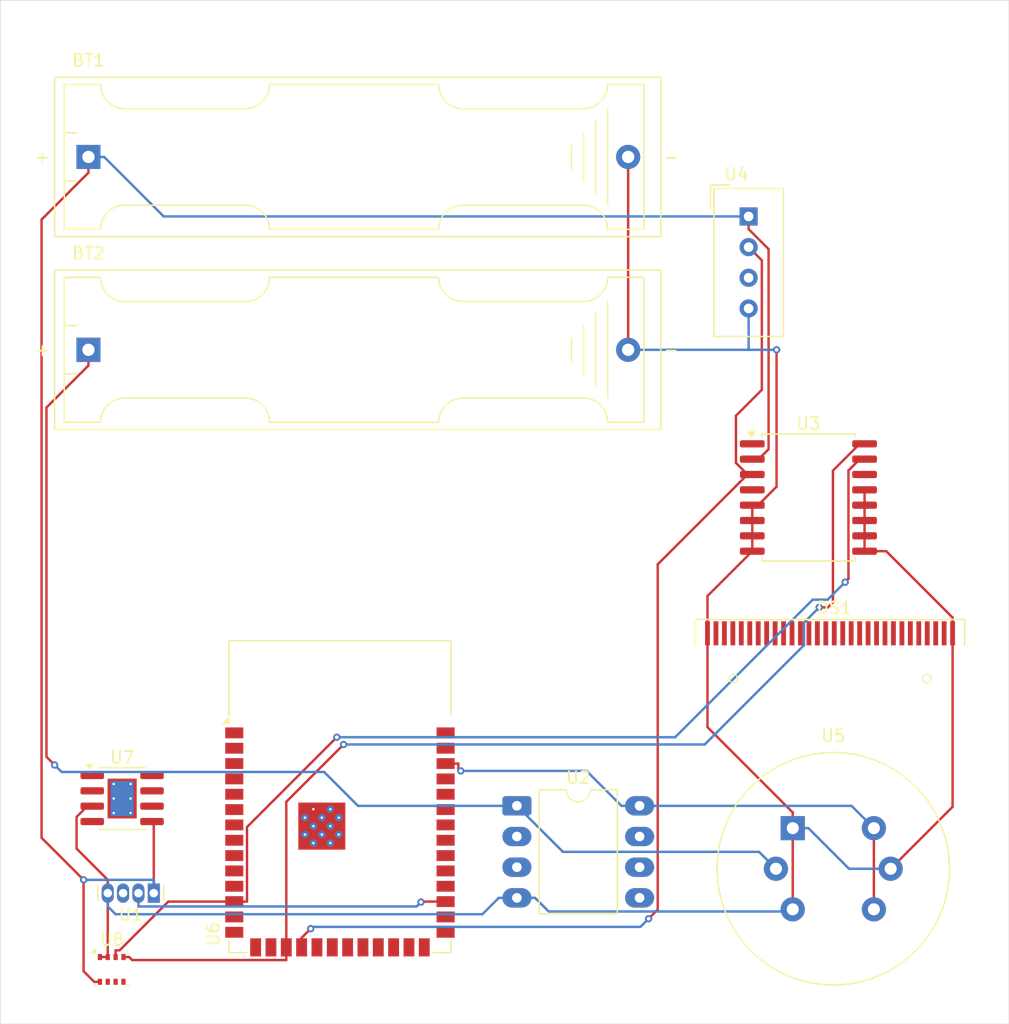
<source format=kicad_pcb>
(kicad_pcb (version 20241229) (generator "pcbnew") (generator_version "9.0")
  (layers (0 "F.Cu" signal) (2 "B.Cu" signal) (13 "F.Paste" user) (15 "B.Paste" user) (5 "F.SilkS" user "F.Silkscreen") (7 "B.SilkS" user "B.Silkscreen") (1 "F.Mask" user) (3 "B.Mask" user) (25 "Edge.Cuts" user))
  (net 0 "")
  (net 1 "GND")
  (net 2 "Net-(BT1-+)")
  (net 3 "Net-(BT2-+)")
  (net 32 "Net-(U1-VOUT)")
  (net 35 "Net-(U2-OUT)")
  (net 39 "Net-(U3-SCL)")
  (net 40 "Net-(U3-SDA)")
  (net 41 "Net-(U3-~{INT}{slash}SQW)")
  (footprint "Package_SO:SOIC-16W_7.5x10.3mm_P1.27mm" (layer "F.Cu") (at 145.72 83.81)
    (property "Reference" "U3" (at 0 -6.1 0) (layer "F.SilkS"))
    (property "Value" "DS3231M")
    (fp_line (start -3.86 -5.26) (end -3.86 -5.005) (stroke (width 0.12)) (layer "F.SilkS"))
    (fp_line (start -3.86 5.26) (end -3.86 5.005) (stroke (width 0.12)) (layer "F.SilkS"))
    (fp_line (start 0 -5.26) (end -3.86 -5.26) (stroke (width 0.12)) (layer "F.SilkS"))
    (fp_line (start 0 -5.26) (end 3.86 -5.26) (stroke (width 0.12)) (layer "F.SilkS"))
    (fp_line (start 0 5.26) (end -3.86 5.26) (stroke (width 0.12)) (layer "F.SilkS"))
    (fp_line (start 0 5.26) (end 3.86 5.26) (stroke (width 0.12)) (layer "F.SilkS"))
    (fp_line (start 3.86 -5.26) (end 3.86 -5.005) (stroke (width 0.12)) (layer "F.SilkS"))
    (fp_line (start 3.86 5.26) (end 3.86 5.005) (stroke (width 0.12)) (layer "F.SilkS"))
    (fp_poly (pts (xy -4.7125 -5.005) (xy -5.0525 -5.475) (xy -4.3725 -5.475) (xy -4.7125 -5.005)) (stroke (width 0.12)) (fill yes) (layer "F.SilkS"))
    (pad "1" smd roundrect (at -4.65 -4.445) (size 2.05 0.6) (layers "F.Cu" "F.Mask" "F.Paste"))
    (pad "2" smd roundrect (at -4.65 -3.175) (size 2.05 0.6) (layers "F.Cu" "F.Mask" "F.Paste") (net 2 "Net-(BT1-+)"))
    (pad "3" smd roundrect (at -4.65 -1.905) (size 2.05 0.6) (layers "F.Cu" "F.Mask" "F.Paste") (net 41 "Net-(U3-~{INT}{slash}SQW)"))
    (pad "4" smd roundrect (at -4.65 -0.635) (size 2.05 0.6) (layers "F.Cu" "F.Mask" "F.Paste"))
    (pad "5" smd roundrect (at -4.65 0.635) (size 2.05 0.6) (layers "F.Cu" "F.Mask" "F.Paste") (net 1 "GND"))
    (pad "6" smd roundrect (at -4.65 1.905) (size 2.05 0.6) (layers "F.Cu" "F.Mask" "F.Paste") (net 1 "GND"))
    (pad "7" smd roundrect (at -4.65 3.175) (size 2.05 0.6) (layers "F.Cu" "F.Mask" "F.Paste") (net 1 "GND"))
    (pad "8" smd roundrect (at -4.65 4.445) (size 2.05 0.6) (layers "F.Cu" "F.Mask" "F.Paste") (net 1 "GND"))
    (pad "9" smd roundrect (at 4.65 4.445) (size 2.05 0.6) (layers "F.Cu" "F.Mask" "F.Paste") (net 1 "GND"))
    (pad "10" smd roundrect (at 4.65 3.175) (size 2.05 0.6) (layers "F.Cu" "F.Mask" "F.Paste") (net 1 "GND"))
    (pad "11" smd roundrect (at 4.65 1.905) (size 2.05 0.6) (layers "F.Cu" "F.Mask" "F.Paste") (net 1 "GND"))
    (pad "12" smd roundrect (at 4.65 0.635) (size 2.05 0.6) (layers "F.Cu" "F.Mask" "F.Paste") (net 1 "GND"))
    (pad "13" smd roundrect (at 4.65 -0.635) (size 2.05 0.6) (layers "F.Cu" "F.Mask" "F.Paste") (net 1 "GND"))
    (pad "14" smd roundrect (at 4.65 -1.905) (size 2.05 0.6) (layers "F.Cu" "F.Mask" "F.Paste"))
    (pad "15" smd roundrect (at 4.65 -3.175) (size 2.05 0.6) (layers "F.Cu" "F.Mask" "F.Paste") (net 40 "Net-(U3-SDA)"))
    (pad "16" smd roundrect (at 4.65 -4.445) (size 2.05 0.6) (layers "F.Cu" "F.Mask" "F.Paste") (net 39 "Net-(U3-SCL)"))
  )
  (footprint "Sensor:MQ-6" (layer "F.Cu") (at 144.42 111.19)
    (property "Reference" "U5" (at 3.36 -7.64 0) (layer "F.SilkS"))
    (property "Value" "MQ-6")
    (fp_circle (center 3.36 3.36) (end 12.985 3.36) (stroke (width 0.12)) (fill no) (layer "F.SilkS"))
    (pad "1" thru_hole rect (at 0 0) (size 2 2) (drill 1) (layers "*.Cu" "*.Mask") (net 1 "GND"))
    (pad "2" thru_hole circle (at -1.39 3.36) (size 2 2) (drill 1) (layers "*.Cu" "*.Mask") (net 3 "Net-(BT2-+)"))
    (pad "3" thru_hole circle (at 0 6.72 90) (size 2 2) (drill 1) (layers "*.Cu" "*.Mask") (net 1 "GND"))
    (pad "4" thru_hole circle (at 6.72 6.72 180) (size 2 2) (drill 1) (layers "*.Cu" "*.Mask") (net 35 "Net-(U2-OUT)"))
    (pad "5" thru_hole circle (at 8.11 3.36) (size 2 2) (drill 1) (layers "*.Cu" "*.Mask") (net 1 "GND"))
    (pad "6" thru_hole circle (at 6.72 0 270) (size 2 2) (drill 1) (layers "*.Cu" "*.Mask") (net 35 "Net-(U2-OUT)"))
  )
  (footprint "Sensor:Aosong_DHT11_5.5x12.0_P2.54mm" (layer "F.Cu") (at 140.7675 60.5375)
    (property "Reference" "U4" (at -1 -3.5 0) (layer "F.SilkS"))
    (property "Value" "DHT11")
    (fp_line (start -3.16 -2.6) (end -3.16 -0.6) (stroke (width 0.12)) (layer "F.SilkS"))
    (fp_line (start -3.16 -2.6) (end -1.55 -2.6) (stroke (width 0.12)) (layer "F.SilkS"))
    (fp_line (start -2.88 9.94) (end -2.88 -2.31) (stroke (width 0.12)) (layer "F.SilkS"))
    (fp_line (start -2.87 -2.32) (end 2.87 -2.32) (stroke (width 0.12)) (layer "F.SilkS"))
    (fp_line (start 2.88 -2.32) (end 2.88 9.94) (stroke (width 0.12)) (layer "F.SilkS"))
    (fp_line (start 2.88 9.94) (end -2.88 9.94) (stroke (width 0.12)) (layer "F.SilkS"))
    (pad "1" thru_hole rect (at 0 0) (size 1.5 1.5) (drill 0.8) (layers "*.Cu" "*.Mask") (net 2 "Net-(BT1-+)"))
    (pad "2" thru_hole circle (at 0 2.54) (size 1.5 1.5) (drill 0.8) (layers "*.Cu" "*.Mask") (net 41 "Net-(U3-~{INT}{slash}SQW)"))
    (pad "3" thru_hole circle (at 0 5.08) (size 1.5 1.5) (drill 0.8) (layers "*.Cu" "*.Mask"))
    (pad "4" thru_hole circle (at 0 7.62) (size 1.5 1.5) (drill 0.8) (layers "*.Cu" "*.Mask") (net 1 "GND"))
  )
  (footprint "Battery:BatteryHolder_Keystone_2466_1xAAA" (layer "F.Cu") (at 86.09 55.61)
    (property "Reference" "BT1" (at 0 -8 180) (layer "F.SilkS"))
    (property "Value" "3.3")
    (fp_line (start -2.8 -6.6) (end -2.8 6.6) (stroke (width 0.12)) (layer "F.SilkS"))
    (fp_line (start -2.8 6.6) (end 47.4 6.6) (stroke (width 0.12)) (layer "F.SilkS"))
    (fp_line (start -2 -6) (end -2 6) (stroke (width 0.12)) (layer "F.SilkS"))
    (fp_line (start -2 -6) (end 1 -6) (stroke (width 0.12)) (layer "F.SilkS"))
    (fp_line (start -2 -2) (end -1 -2) (stroke (width 0.12)) (layer "F.SilkS"))
    (fp_line (start -2 6) (end 1 6) (stroke (width 0.12)) (layer "F.SilkS"))
    (fp_line (start -1 2) (end -2 2) (stroke (width 0.12)) (layer "F.SilkS"))
    (fp_line (start 3 -4) (end 13 -4) (stroke (width 0.12)) (layer "F.SilkS"))
    (fp_line (start 3 4) (end 13 4) (stroke (width 0.12)) (layer "F.SilkS"))
    (fp_line (start 15 6) (end 29 6) (stroke (width 0.12)) (layer "F.SilkS"))
    (fp_line (start 29 -6) (end 15 -6) (stroke (width 0.12)) (layer "F.SilkS"))
    (fp_line (start 40 -1) (end 40 1) (stroke (width 0.12)) (layer "F.SilkS"))
    (fp_line (start 41 -4) (end 31 -4) (stroke (width 0.12)) (layer "F.SilkS"))
    (fp_line (start 41 -2) (end 41 2) (stroke (width 0.12)) (layer "F.SilkS"))
    (fp_line (start 41 4) (end 31 4) (stroke (width 0.12)) (layer "F.SilkS"))
    (fp_line (start 42 3) (end 42 -3) (stroke (width 0.12)) (layer "F.SilkS"))
    (fp_line (start 43 -4) (end 43 4) (stroke (width 0.12)) (layer "F.SilkS"))
    (fp_line (start 46 -6) (end 43 -6) (stroke (width 0.12)) (layer "F.SilkS"))
    (fp_line (start 46 -6) (end 46 6) (stroke (width 0.12)) (layer "F.SilkS"))
    (fp_line (start 46 6) (end 43 6) (stroke (width 0.12)) (layer "F.SilkS"))
    (fp_line (start 47.4 -6.6) (end -2.8 -6.6) (stroke (width 0.12)) (layer "F.SilkS"))
    (fp_line (start 47.4 6.6) (end 47.4 -6.6) (stroke (width 0.12)) (layer "F.SilkS"))
    (fp_arc (start 1 6) (mid 1.585786 4.585786) (end 3 4) (stroke (width 0.12)) (layer "F.SilkS"))
    (fp_arc (start 3 -4) (mid 1.585786 -4.585786) (end 1 -6) (stroke (width 0.12)) (layer "F.SilkS"))
    (fp_arc (start 13 4) (mid 14.414214 4.585786) (end 15 6) (stroke (width 0.12)) (layer "F.SilkS"))
    (fp_arc (start 15 -6) (mid 14.414214 -4.585786) (end 13 -4) (stroke (width 0.12)) (layer "F.SilkS"))
    (fp_arc (start 29 6) (mid 29.585786 4.585786) (end 31 4) (stroke (width 0.12)) (layer "F.SilkS"))
    (fp_arc (start 31 -4) (mid 29.585786 -4.585786) (end 29 -6) (stroke (width 0.12)) (layer "F.SilkS"))
    (fp_arc (start 41 4) (mid 42.414214 4.585786) (end 43 6) (stroke (width 0.12)) (layer "F.SilkS"))
    (fp_arc (start 43 -6) (mid 42.414214 -4.585786) (end 41 -4) (stroke (width 0.12)) (layer "F.SilkS"))
    (fp_text user "-" (at 48.26 0 0) (layer "F.SilkS"))
    (fp_text user "+" (at -3.81 0 0) (layer "F.SilkS"))
    (pad "1" thru_hole rect (at 0 0) (size 2 2) (drill 1.02) (layers "*.Cu" "*.Mask") (net 2 "Net-(BT1-+)"))
    (pad "2" thru_hole circle (at 44.7 0) (size 2 2) (drill 1.02) (layers "*.Cu" "*.Mask") (net 1 "GND"))
  )
  (footprint "Battery:BatteryHolder_Keystone_2466_1xAAA" (layer "F.Cu") (at 86.09 71.58)
    (property "Reference" "BT2" (at 0 -8 180) (layer "F.SilkS"))
    (property "Value" "5")
    (fp_line (start -2.8 -6.6) (end -2.8 6.6) (stroke (width 0.12)) (layer "F.SilkS"))
    (fp_line (start -2.8 6.6) (end 47.4 6.6) (stroke (width 0.12)) (layer "F.SilkS"))
    (fp_line (start -2 -6) (end -2 6) (stroke (width 0.12)) (layer "F.SilkS"))
    (fp_line (start -2 -6) (end 1 -6) (stroke (width 0.12)) (layer "F.SilkS"))
    (fp_line (start -2 -2) (end -1 -2) (stroke (width 0.12)) (layer "F.SilkS"))
    (fp_line (start -2 6) (end 1 6) (stroke (width 0.12)) (layer "F.SilkS"))
    (fp_line (start -1 2) (end -2 2) (stroke (width 0.12)) (layer "F.SilkS"))
    (fp_line (start 3 -4) (end 13 -4) (stroke (width 0.12)) (layer "F.SilkS"))
    (fp_line (start 3 4) (end 13 4) (stroke (width 0.12)) (layer "F.SilkS"))
    (fp_line (start 15 6) (end 29 6) (stroke (width 0.12)) (layer "F.SilkS"))
    (fp_line (start 29 -6) (end 15 -6) (stroke (width 0.12)) (layer "F.SilkS"))
    (fp_line (start 40 -1) (end 40 1) (stroke (width 0.12)) (layer "F.SilkS"))
    (fp_line (start 41 -4) (end 31 -4) (stroke (width 0.12)) (layer "F.SilkS"))
    (fp_line (start 41 -2) (end 41 2) (stroke (width 0.12)) (layer "F.SilkS"))
    (fp_line (start 41 4) (end 31 4) (stroke (width 0.12)) (layer "F.SilkS"))
    (fp_line (start 42 3) (end 42 -3) (stroke (width 0.12)) (layer "F.SilkS"))
    (fp_line (start 43 -4) (end 43 4) (stroke (width 0.12)) (layer "F.SilkS"))
    (fp_line (start 46 -6) (end 43 -6) (stroke (width 0.12)) (layer "F.SilkS"))
    (fp_line (start 46 -6) (end 46 6) (stroke (width 0.12)) (layer "F.SilkS"))
    (fp_line (start 46 6) (end 43 6) (stroke (width 0.12)) (layer "F.SilkS"))
    (fp_line (start 47.4 -6.6) (end -2.8 -6.6) (stroke (width 0.12)) (layer "F.SilkS"))
    (fp_line (start 47.4 6.6) (end 47.4 -6.6) (stroke (width 0.12)) (layer "F.SilkS"))
    (fp_arc (start 1 6) (mid 1.585786 4.585786) (end 3 4) (stroke (width 0.12)) (layer "F.SilkS"))
    (fp_arc (start 3 -4) (mid 1.585786 -4.585786) (end 1 -6) (stroke (width 0.12)) (layer "F.SilkS"))
    (fp_arc (start 13 4) (mid 14.414214 4.585786) (end 15 6) (stroke (width 0.12)) (layer "F.SilkS"))
    (fp_arc (start 15 -6) (mid 14.414214 -4.585786) (end 13 -4) (stroke (width 0.12)) (layer "F.SilkS"))
    (fp_arc (start 29 6) (mid 29.585786 4.585786) (end 31 4) (stroke (width 0.12)) (layer "F.SilkS"))
    (fp_arc (start 31 -4) (mid 29.585786 -4.585786) (end 29 -6) (stroke (width 0.12)) (layer "F.SilkS"))
    (fp_arc (start 41 4) (mid 42.414214 4.585786) (end 43 6) (stroke (width 0.12)) (layer "F.SilkS"))
    (fp_arc (start 43 -6) (mid 42.414214 -4.585786) (end 41 -4) (stroke (width 0.12)) (layer "F.SilkS"))
    (fp_text user "-" (at 48.26 0 0) (layer "F.SilkS"))
    (fp_text user "+" (at -3.81 0 0) (layer "F.SilkS"))
    (pad "1" thru_hole rect (at 0 0) (size 2 2) (drill 1.02) (layers "*.Cu" "*.Mask") (net 3 "Net-(BT2-+)"))
    (pad "2" thru_hole circle (at 44.7 0) (size 2 2) (drill 1.02) (layers "*.Cu" "*.Mask") (net 1 "GND"))
  )
  (footprint "Package_LGA:Bosch_LGA-8_2.5x2.5mm_P0.65mm_ClockwisePinNumbering" (layer "F.Cu") (at 88.015 122.885)
    (property "Reference" "U8" (at 0.015 -2.465 0) (layer "F.SilkS"))
    (property "Value" "BME280")
    (fp_line (start -1.35 1.35) (end -1.35 1.2) (stroke (width 0.1)) (layer "F.SilkS"))
    (fp_line (start -1.35 1.36) (end -1.2 1.36) (stroke (width 0.1)) (layer "F.SilkS"))
    (fp_line (start 1.2 -1.35) (end 1.35 -1.35) (stroke (width 0.1)) (layer "F.SilkS"))
    (fp_line (start 1.35 -1.35) (end 1.35 -1.2) (stroke (width 0.1)) (layer "F.SilkS"))
    (fp_line (start 1.35 1.35) (end 1.2 1.35) (stroke (width 0.1)) (layer "F.SilkS"))
    (fp_line (start 1.35 1.35) (end 1.35 1.2) (stroke (width 0.1)) (layer "F.SilkS"))
    (fp_poly (pts (xy -1.35 -1.35) (xy -1.71 -1.35) (xy -1.35 -1.71) (xy -1.35 -1.35)) (stroke (width 0.12)) (fill yes) (layer "F.SilkS"))
    (pad "1" smd rect (at -0.975 -1.025 90) (size 0.5 0.35) (layers "F.Cu" "F.Mask" "F.Paste") (net 1 "GND"))
    (pad "2" smd rect (at -0.325 -1.025 90) (size 0.5 0.35) (layers "F.Cu" "F.Mask" "F.Paste") (net 1 "GND"))
    (pad "3" smd rect (at 0.325 -1.025 90) (size 0.5 0.35) (layers "F.Cu" "F.Mask" "F.Paste") (net 40 "Net-(U3-SDA)"))
    (pad "4" smd rect (at 0.975 -1.025 90) (size 0.5 0.35) (layers "F.Cu" "F.Mask" "F.Paste") (net 39 "Net-(U3-SCL)"))
    (pad "5" smd rect (at 0.975 1.025 90) (size 0.5 0.35) (layers "F.Cu" "F.Mask" "F.Paste"))
    (pad "6" smd rect (at 0.325 1.025 90) (size 0.5 0.35) (layers "F.Cu" "F.Mask" "F.Paste"))
    (pad "7" smd rect (at -0.325 1.025 90) (size 0.5 0.35) (layers "F.Cu" "F.Mask" "F.Paste"))
    (pad "8" smd rect (at -0.975 1.025 90) (size 0.5 0.35) (layers "F.Cu" "F.Mask" "F.Paste") (net 2 "Net-(BT1-+)"))
  )
  (footprint "Package_SO:SOIC-8-1EP_3.9x4.9mm_P1.27mm_EP2.41x3.3mm_ThermalVias" (layer "F.Cu") (at 88.88 108.735)
    (property "Reference" "U7" (at 0 -3.4 0) (layer "F.SilkS"))
    (property "Value" "TP4056-42-ESOP8")
    (fp_line (start 0 -2.56) (end -1.95 -2.56) (stroke (width 0.12)) (layer "F.SilkS"))
    (fp_line (start 0 -2.56) (end 1.95 -2.56) (stroke (width 0.12)) (layer "F.SilkS"))
    (fp_line (start 0 2.56) (end -1.95 2.56) (stroke (width 0.12)) (layer "F.SilkS"))
    (fp_line (start 0 2.56) (end 1.95 2.56) (stroke (width 0.12)) (layer "F.SilkS"))
    (fp_poly (pts (xy -2.7 -2.465) (xy -2.94 -2.795) (xy -2.46 -2.795) (xy -2.7 -2.465)) (stroke (width 0.12)) (fill yes) (layer "F.SilkS"))
    (pad "1" smd roundrect (at -2.475 -1.905) (size 1.95 0.6) (layers "F.Cu" "F.Mask" "F.Paste"))
    (pad "2" smd roundrect (at -2.475 -0.635) (size 1.95 0.6) (layers "F.Cu" "F.Mask" "F.Paste"))
    (pad "3" smd roundrect (at -2.475 0.635) (size 1.95 0.6) (layers "F.Cu" "F.Mask" "F.Paste") (net 1 "GND"))
    (pad "4" smd roundrect (at -2.475 1.905) (size 1.95 0.6) (layers "F.Cu" "F.Mask" "F.Paste"))
    (pad "5" smd roundrect (at 2.475 1.905) (size 1.95 0.6) (layers "F.Cu" "F.Mask" "F.Paste") (net 2 "Net-(BT1-+)"))
    (pad "6" smd roundrect (at 2.475 0.635) (size 1.95 0.6) (layers "F.Cu" "F.Mask" "F.Paste"))
    (pad "7" smd roundrect (at 2.475 -0.635) (size 1.95 0.6) (layers "F.Cu" "F.Mask" "F.Paste"))
    (pad "8" smd roundrect (at 2.475 -1.905) (size 1.95 0.6) (layers "F.Cu" "F.Mask" "F.Paste"))
    (pad "9" thru_hole circle (at -0.7 -1.2) (size 0.5 0.5) (drill 0.2) (property pad_prop_heatsink) (layers "*.Cu"))
    (pad "9" thru_hole circle (at -0.7 0) (size 0.5 0.5) (drill 0.2) (property pad_prop_heatsink) (layers "*.Cu"))
    (pad "9" thru_hole circle (at -0.7 1.2) (size 0.5 0.5) (drill 0.2) (property pad_prop_heatsink) (layers "*.Cu"))
    (pad "9" smd rect (at 0 0) (size 1.9 2.9) (property pad_prop_heatsink) (layers "B.Cu"))
    (pad "9" smd rect (at 0 0) (size 2.41 3.3) (property pad_prop_heatsink) (layers "F.Cu" "F.Mask"))
    (pad "9" thru_hole circle (at 0.7 -1.2) (size 0.5 0.5) (drill 0.2) (property pad_prop_heatsink) (layers "*.Cu"))
    (pad "9" thru_hole circle (at 0.7 0) (size 0.5 0.5) (drill 0.2) (property pad_prop_heatsink) (layers "*.Cu"))
    (pad "9" thru_hole circle (at 0.7 1.2) (size 0.5 0.5) (drill 0.2) (property pad_prop_heatsink) (layers "*.Cu"))
  )
  (footprint "Sensor_Current:Allegro_SIP-4" (layer "F.Cu") (at 91.5 116.57 180)
    (property "Reference" "U1" (at 1.905 -1.8 0) (layer "F.SilkS"))
    (property "Value" "A1363xKTTN-1")
    (fp_line (start 4.63 -0.58) (end 4.63 0.66) (stroke (width 0.12)) (layer "F.SilkS"))
    (fp_line (start -0.82 0.66) (end -0.82 -0.58) (stroke (width 0.12)) (layer "F.SilkS"))
    (pad "1" thru_hole rect (at 0 0 180) (size 1 1.6) (drill 0.7) (layers "*.Cu" "*.Mask") (net 2 "Net-(BT1-+)"))
    (pad "2" thru_hole oval (at 1.27 0 180) (size 1 1.6) (drill 0.7) (layers "*.Cu" "*.Mask") (net 32 "Net-(U1-VOUT)"))
    (pad "3" thru_hole oval (at 2.54 0 180) (size 1 1.6) (drill 0.7) (layers "*.Cu" "*.Mask"))
    (pad "4" thru_hole oval (at 3.81 0 180) (size 1 1.6) (drill 0.7) (layers "*.Cu" "*.Mask") (net 1 "GND"))
  )
  (footprint "RF_Module:ESP32-S3-WROOM-1" (layer "F.Cu") (at 106.92 108.56)
    (property "Reference" "U6" (at -10.5 11.4 90) (layer "F.SilkS"))
    (property "Value" "ESP32-S3-WROOM-1")
    (fp_line (start -9.2 -12.9) (end -9.2 -6.7) (stroke (width 0.12)) (layer "F.SilkS"))
    (fp_line (start -9.2 -12.9) (end 9.2 -12.9) (stroke (width 0.12)) (layer "F.SilkS"))
    (fp_line (start -9.2 11.95) (end -9.2 12.95) (stroke (width 0.12)) (layer "F.SilkS"))
    (fp_line (start -9.2 12.95) (end -7.7 12.95) (stroke (width 0.12)) (layer "F.SilkS"))
    (fp_line (start 9.2 -12.9) (end 9.2 -6.7) (stroke (width 0.12)) (layer "F.SilkS"))
    (fp_line (start 9.2 12.95) (end 7.7 12.95) (stroke (width 0.12)) (layer "F.SilkS"))
    (fp_line (start 9.2 12.95) (end 9.2 11.95) (stroke (width 0.12)) (layer "F.SilkS"))
    (fp_poly (pts (xy -9.2 -6.025) (xy -9.7 -6.025) (xy -9.2 -6.525) (xy -9.2 -6.025)) (stroke (width 0.12)) (fill yes) (layer "F.SilkS"))
    (pad "1" smd rect (at -8.75 -5.26) (size 1.5 0.9) (layers "F.Cu" "F.Mask" "F.Paste"))
    (pad "2" smd rect (at -8.75 -3.99) (size 1.5 0.9) (layers "F.Cu" "F.Mask" "F.Paste"))
    (pad "3" smd rect (at -8.75 -2.72) (size 1.5 0.9) (layers "F.Cu" "F.Mask" "F.Paste"))
    (pad "4" smd rect (at -8.75 -1.45) (size 1.5 0.9) (layers "F.Cu" "F.Mask" "F.Paste"))
    (pad "5" smd rect (at -8.75 -0.18) (size 1.5 0.9) (layers "F.Cu" "F.Mask" "F.Paste"))
    (pad "6" smd rect (at -8.75 1.09) (size 1.5 0.9) (layers "F.Cu" "F.Mask" "F.Paste"))
    (pad "7" smd rect (at -8.75 2.36) (size 1.5 0.9) (layers "F.Cu" "F.Mask" "F.Paste"))
    (pad "8" smd rect (at -8.75 3.63) (size 1.5 0.9) (layers "F.Cu" "F.Mask" "F.Paste"))
    (pad "9" smd rect (at -8.75 4.9) (size 1.5 0.9) (layers "F.Cu" "F.Mask" "F.Paste"))
    (pad "10" smd rect (at -8.75 6.17) (size 1.5 0.9) (layers "F.Cu" "F.Mask" "F.Paste"))
    (pad "11" smd rect (at -8.75 7.44) (size 1.5 0.9) (layers "F.Cu" "F.Mask" "F.Paste"))
    (pad "12" smd rect (at -8.75 8.71) (size 1.5 0.9) (layers "F.Cu" "F.Mask" "F.Paste") (net 40 "Net-(U3-SDA)"))
    (pad "13" smd rect (at -8.75 9.98) (size 1.5 0.9) (layers "F.Cu" "F.Mask" "F.Paste"))
    (pad "14" smd rect (at -8.75 11.25 180) (size 1.5 0.9) (layers "F.Cu" "F.Mask" "F.Paste"))
    (pad "15" smd rect (at -6.985 12.5 270) (size 1.5 0.9) (layers "F.Cu" "F.Mask" "F.Paste"))
    (pad "16" smd rect (at -5.715 12.5 270) (size 1.5 0.9) (layers "F.Cu" "F.Mask" "F.Paste"))
    (pad "17" smd rect (at -4.445 12.5 270) (size 1.5 0.9) (layers "F.Cu" "F.Mask" "F.Paste") (net 39 "Net-(U3-SCL)"))
    (pad "18" smd rect (at -3.175 12.5 270) (size 1.5 0.9) (layers "F.Cu" "F.Mask" "F.Paste") (net 41 "Net-(U3-~{INT}{slash}SQW)"))
    (pad "19" smd rect (at -1.905 12.5 270) (size 1.5 0.9) (layers "F.Cu" "F.Mask" "F.Paste"))
    (pad "20" smd rect (at -0.635 12.5 270) (size 1.5 0.9) (layers "F.Cu" "F.Mask" "F.Paste"))
    (pad "21" smd rect (at 0.635 12.5 270) (size 1.5 0.9) (layers "F.Cu" "F.Mask" "F.Paste"))
    (pad "22" smd rect (at 1.905 12.5 270) (size 1.5 0.9) (layers "F.Cu" "F.Mask" "F.Paste"))
    (pad "23" smd rect (at 3.175 12.5 270) (size 1.5 0.9) (layers "F.Cu" "F.Mask" "F.Paste"))
    (pad "24" smd rect (at 4.445 12.5 270) (size 1.5 0.9) (layers "F.Cu" "F.Mask" "F.Paste"))
    (pad "25" smd rect (at 5.715 12.5 270) (size 1.5 0.9) (layers "F.Cu" "F.Mask" "F.Paste"))
    (pad "26" smd rect (at 6.985 12.5 270) (size 1.5 0.9) (layers "F.Cu" "F.Mask" "F.Paste"))
    (pad "27" smd rect (at 8.75 11.25) (size 1.5 0.9) (layers "F.Cu" "F.Mask" "F.Paste"))
    (pad "28" smd rect (at 8.75 9.98) (size 1.5 0.9) (layers "F.Cu" "F.Mask" "F.Paste"))
    (pad "29" smd rect (at 8.75 8.71) (size 1.5 0.9) (layers "F.Cu" "F.Mask" "F.Paste") (net 32 "Net-(U1-VOUT)"))
    (pad "30" smd rect (at 8.75 7.44) (size 1.5 0.9) (layers "F.Cu" "F.Mask" "F.Paste"))
    (pad "31" smd rect (at 8.75 6.17) (size 1.5 0.9) (layers "F.Cu" "F.Mask" "F.Paste"))
    (pad "32" smd rect (at 8.75 4.9) (size 1.5 0.9) (layers "F.Cu" "F.Mask" "F.Paste"))
    (pad "33" smd rect (at 8.75 3.63) (size 1.5 0.9) (layers "F.Cu" "F.Mask" "F.Paste"))
    (pad "34" smd rect (at 8.75 2.36) (size 1.5 0.9) (layers "F.Cu" "F.Mask" "F.Paste"))
    (pad "35" smd rect (at 8.75 1.09) (size 1.5 0.9) (layers "F.Cu" "F.Mask" "F.Paste"))
    (pad "36" smd rect (at 8.75 -0.18) (size 1.5 0.9) (layers "F.Cu" "F.Mask" "F.Paste"))
    (pad "37" smd rect (at 8.75 -1.45) (size 1.5 0.9) (layers "F.Cu" "F.Mask" "F.Paste"))
    (pad "38" smd rect (at 8.75 -2.72) (size 1.5 0.9) (layers "F.Cu" "F.Mask" "F.Paste") (net 35 "Net-(U2-OUT)"))
    (pad "39" smd rect (at 8.75 -3.99) (size 1.5 0.9) (layers "F.Cu" "F.Mask" "F.Paste"))
    (pad "40" smd rect (at 8.75 -5.26) (size 1.5 0.9) (layers "F.Cu" "F.Mask" "F.Paste"))
    (pad "41" thru_hole circle (at -2.9 1.76 90) (size 0.6 0.6) (drill 0.2) (property pad_prop_heatsink) (layers "*.Cu" "F.Mask"))
    (pad "41" thru_hole circle (at -2.9 3.16) (size 0.6 0.6) (drill 0.2) (property pad_prop_heatsink) (layers "*.Cu" "F.Mask"))
    (pad "41" thru_hole circle (at -2.2 1.06) (size 0.2 0.2) (drill 0.2) (property pad_prop_heatsink) (layers "*.Cu" "F.Mask"))
    (pad "41" thru_hole circle (at -2.2 2.46) (size 0.6 0.6) (drill 0.2) (property pad_prop_heatsink) (layers "*.Cu" "F.Mask"))
    (pad "41" thru_hole circle (at -2.2 3.86) (size 0.6 0.6) (drill 0.2) (property pad_prop_heatsink) (layers "*.Cu" "F.Mask"))
    (pad "41" thru_hole circle (at -1.5 1.76) (size 0.6 0.6) (drill 0.2) (property pad_prop_heatsink) (layers "*.Cu" "F.Mask"))
    (pad "41" smd rect (at -1.5 2.46 270) (size 3.9 3.9) (property pad_prop_heatsink) (layers "F.Cu" "F.Mask"))
    (pad "41" thru_hole circle (at -1.5 3.16) (size 0.6 0.6) (drill 0.2) (property pad_prop_heatsink) (layers "*.Cu" "F.Mask"))
    (pad "41" thru_hole circle (at -0.8 1.06) (size 0.6 0.6) (drill 0.2) (property pad_prop_heatsink) (layers "*.Cu" "F.Mask"))
    (pad "41" thru_hole circle (at -0.8 2.46) (size 0.6 0.6) (drill 0.2) (property pad_prop_heatsink) (layers "*.Cu" "F.Mask"))
    (pad "41" thru_hole circle (at -0.8 3.86) (size 0.6 0.6) (drill 0.2) (property pad_prop_heatsink) (layers "*.Cu" "F.Mask"))
    (pad "41" thru_hole circle (at -0.1 1.76) (size 0.6 0.6) (drill 0.2) (property pad_prop_heatsink) (layers "*.Cu" "F.Mask"))
    (pad "41" thru_hole circle (at -0.1 3.16) (size 0.6 0.6) (drill 0.2) (property pad_prop_heatsink) (layers "*.Cu" "F.Mask"))
  )
  (footprint "Display:OLED-128O064D" (layer "F.Cu") (at 147.51 95.055 180)
    (property "Reference" "DS1" (at -0.35 2.1 0) (layer "F.SilkS"))
    (property "Value" "OLED-128O064D")
    (fp_line (start 11.15 1.15) (end 11.15 -1) (stroke (width 0.12)) (layer "F.SilkS"))
    (fp_line (start -11.15 1.15) (end 11.15 1.15) (stroke (width 0.12)) (layer "F.SilkS"))
    (fp_line (start -11.15 -1) (end -11.15 1.15) (stroke (width 0.12)) (layer "F.SilkS"))
    (fp_circle (center 8 -3.75) (end 8.35 -3.75) (stroke (width 0.1)) (fill no) (layer "F.SilkS"))
    (fp_circle (center -8 -3.75) (end -7.65 -3.75) (stroke (width 0.1)) (fill no) (layer "F.SilkS"))
    (pad "1" smd rect (at -10.15 0 180) (size 0.4 2) (layers "F.Cu" "F.Mask" "F.Paste") (net 1 "GND"))
    (pad "2" smd rect (at -9.45 0 180) (size 0.4 2) (layers "F.Cu" "F.Mask" "F.Paste"))
    (pad "3" smd rect (at -8.75 0 180) (size 0.4 2) (layers "F.Cu" "F.Mask" "F.Paste"))
    (pad "4" smd rect (at -8.05 0 180) (size 0.4 2) (layers "F.Cu" "F.Mask" "F.Paste"))
    (pad "5" smd rect (at -7.35 0 180) (size 0.4 2) (layers "F.Cu" "F.Mask" "F.Paste"))
    (pad "6" smd rect (at -6.65 0 180) (size 0.4 2) (layers "F.Cu" "F.Mask" "F.Paste"))
    (pad "7" smd rect (at -5.95 0 180) (size 0.4 2) (layers "F.Cu" "F.Mask" "F.Paste"))
    (pad "8" smd rect (at -5.25 0 180) (size 0.4 2) (layers "F.Cu" "F.Mask" "F.Paste"))
    (pad "9" smd rect (at -4.55 0 180) (size 0.4 2) (layers "F.Cu" "F.Mask" "F.Paste"))
    (pad "10" smd rect (at -3.85 0 180) (size 0.4 2) (layers "F.Cu" "F.Mask" "F.Paste"))
    (pad "11" smd rect (at -3.15 0 180) (size 0.4 2) (layers "F.Cu" "F.Mask" "F.Paste"))
    (pad "12" smd rect (at -2.45 0 180) (size 0.4 2) (layers "F.Cu" "F.Mask" "F.Paste"))
    (pad "13" smd rect (at -1.75 0 180) (size 0.4 2) (layers "F.Cu" "F.Mask" "F.Paste"))
    (pad "14" smd rect (at -1.05 0 180) (size 0.4 2) (layers "F.Cu" "F.Mask" "F.Paste"))
    (pad "15" smd rect (at -0.35 0 180) (size 0.4 2) (layers "F.Cu" "F.Mask" "F.Paste"))
    (pad "16" smd rect (at 0.35 0 180) (size 0.4 2) (layers "F.Cu" "F.Mask" "F.Paste"))
    (pad "17" smd rect (at 1.05 0 180) (size 0.4 2) (layers "F.Cu" "F.Mask" "F.Paste"))
    (pad "18" smd rect (at 1.75 0 180) (size 0.4 2) (layers "F.Cu" "F.Mask" "F.Paste"))
    (pad "19" smd rect (at 2.45 0 180) (size 0.4 2) (layers "F.Cu" "F.Mask" "F.Paste"))
    (pad "20" smd rect (at 3.15 0 180) (size 0.4 2) (layers "F.Cu" "F.Mask" "F.Paste"))
    (pad "21" smd rect (at 3.85 0 180) (size 0.4 2) (layers "F.Cu" "F.Mask" "F.Paste"))
    (pad "22" smd rect (at 4.55 0 180) (size 0.4 2) (layers "F.Cu" "F.Mask" "F.Paste"))
    (pad "23" smd rect (at 5.25 0 180) (size 0.4 2) (layers "F.Cu" "F.Mask" "F.Paste"))
    (pad "24" smd rect (at 5.95 0 180) (size 0.4 2) (layers "F.Cu" "F.Mask" "F.Paste"))
    (pad "25" smd rect (at 6.65 0 180) (size 0.4 2) (layers "F.Cu" "F.Mask" "F.Paste"))
    (pad "26" smd rect (at 7.35 0 180) (size 0.4 2) (layers "F.Cu" "F.Mask" "F.Paste"))
    (pad "27" smd rect (at 8.05 0 180) (size 0.4 2) (layers "F.Cu" "F.Mask" "F.Paste"))
    (pad "28" smd rect (at 8.75 0 180) (size 0.4 2) (layers "F.Cu" "F.Mask" "F.Paste"))
    (pad "29" smd rect (at 9.45 0 180) (size 0.4 2) (layers "F.Cu" "F.Mask" "F.Paste"))
    (pad "30" smd rect (at 10.15 0 180) (size 0.4 2) (layers "F.Cu" "F.Mask" "F.Paste") (net 1 "GND"))
  )
  (footprint "Package_DIP:DIP-8_W10.16mm_LongPads" (layer "F.Cu") (at 121.575 109.34)
    (property "Reference" "U2" (at 5.08 -2.33 0) (layer "F.SilkS"))
    (property "Value" "MAX471")
    (fp_line (start 1.845 -1.33) (end 1.845 8.95) (stroke (width 0.12)) (layer "F.SilkS"))
    (fp_line (start 1.845 8.95) (end 8.315 8.95) (stroke (width 0.12)) (layer "F.SilkS"))
    (fp_line (start 4.08 -1.33) (end 1.845 -1.33) (stroke (width 0.12)) (layer "F.SilkS"))
    (fp_line (start 8.315 -1.33) (end 6.08 -1.33) (stroke (width 0.12)) (layer "F.SilkS"))
    (fp_line (start 8.315 8.95) (end 8.315 -1.33) (stroke (width 0.12)) (layer "F.SilkS"))
    (fp_arc (start 6.08 -1.33) (mid 5.08 -0.33) (end 4.08 -1.33) (stroke (width 0.12)) (layer "F.SilkS"))
    (pad "1" thru_hole roundrect (at 0 0) (size 2.4 1.6) (drill 0.8) (layers "*.Cu" "*.Mask") (roundrect_rratio 0.15625) (net 3 "Net-(BT2-+)"))
    (pad "2" thru_hole oval (at 0 2.54) (size 2.4 1.6) (drill 0.8) (layers "*.Cu" "*.Mask"))
    (pad "3" thru_hole oval (at 0 5.08) (size 2.4 1.6) (drill 0.8) (layers "*.Cu" "*.Mask"))
    (pad "4" thru_hole oval (at 0 7.62) (size 2.4 1.6) (drill 0.8) (layers "*.Cu" "*.Mask") (net 1 "GND"))
    (pad "5" thru_hole oval (at 10.16 7.62) (size 2.4 1.6) (drill 0.8) (layers "*.Cu" "*.Mask"))
    (pad "6" thru_hole oval (at 10.16 5.08) (size 2.4 1.6) (drill 0.8) (layers "*.Cu" "*.Mask"))
    (pad "7" thru_hole oval (at 10.16 2.54) (size 2.4 1.6) (drill 0.8) (layers "*.Cu" "*.Mask"))
    (pad "8" thru_hole oval (at 10.16 0) (size 2.4 1.6) (drill 0.8) (layers "*.Cu" "*.Mask") (net 35 "Net-(U2-OUT)"))
  )
  (gr_rect (start 162.33 42.64) (end 78.79 127.4) (stroke (width 0.05)) (fill no) (layer "Edge.Cuts"))
  (segment (start 87.69 116.57) (end 87.69 115.4683) (width 0.2) (layer "F.Cu") (net 1))
  (segment (start 152.1617 88.255) (end 157.66 93.7533) (width 0.2) (layer "F.Cu") (net 1))
  (segment (start 141.07 88.255) (end 141.07 86.985) (width 0.2) (layer "F.Cu") (net 1))
  (segment (start 137.36 102.8283) (end 144.42 109.8883) (width 0.2) (layer "F.Cu") (net 1))
  (segment (start 144.42 117.91) (end 144.42 111.19) (width 0.2) (layer "F.Cu") (net 1))
  (segment (start 150.37 83.175) (end 150.37 84.445) (width 0.2) (layer "F.Cu") (net 1))
  (segment (start 137.36 91.965) (end 137.36 95.055) (width 0.2) (layer "F.Cu") (net 1))
  (segment (start 87.69 121.86) (end 87.04 121.86) (width 0.2) (layer "F.Cu") (net 1))
  (segment (start 141.07 85.715) (end 141.07 84.445) (width 0.2) (layer "F.Cu") (net 1))
  (segment (start 157.66 109.42) (end 152.53 114.55) (width 0.2) (layer "F.Cu") (net 1))
  (segment (start 85.109 112.8873) (end 85.109 110.2575) (width 0.2) (layer "F.Cu") (net 1))
  (segment (start 130.79 55.61) (end 130.79 71.58) (width 0.2) (layer "F.Cu") (net 1))
  (segment (start 150.37 85.715) (end 150.37 86.985) (width 0.2) (layer "F.Cu") (net 1))
  (segment (start 87.69 116.57) (end 87.69 117.6717) (width 0.2) (layer "F.Cu") (net 1))
  (segment (start 157.66 95.055) (end 157.66 93.7533) (width 0.2) (layer "F.Cu") (net 1))
  (segment (start 87.69 121.86) (end 87.69 117.6717) (width 0.2) (layer "F.Cu") (net 1))
  (segment (start 150.37 84.445) (end 150.37 85.715) (width 0.2) (layer "F.Cu") (net 1))
  (segment (start 141.07 88.255) (end 137.36 91.965) (width 0.2) (layer "F.Cu") (net 1))
  (segment (start 141.07 86.985) (end 141.07 85.715) (width 0.2) (layer "F.Cu") (net 1))
  (segment (start 137.36 95.055) (end 137.36 102.8283) (width 0.2) (layer "F.Cu") (net 1))
  (segment (start 85.9965 109.37) (end 86.405 109.37) (width 0.2) (layer "F.Cu") (net 1))
  (segment (start 150.37 86.985) (end 150.37 88.255) (width 0.2) (layer "F.Cu") (net 1))
  (segment (start 143.0798 82.9144) (end 143.0798 71.58) (width 0.2) (layer "F.Cu") (net 1))
  (segment (start 144.42 111.19) (end 144.42 109.8883) (width 0.2) (layer "F.Cu") (net 1))
  (segment (start 150.37 88.255) (end 152.1617 88.255) (width 0.2) (layer "F.Cu") (net 1))
  (segment (start 141.5492 84.445) (end 143.0798 82.9144) (width 0.2) (layer "F.Cu") (net 1))
  (segment (start 157.66 95.055) (end 157.66 109.42) (width 0.2) (layer "F.Cu") (net 1))
  (segment (start 87.69 115.4683) (end 85.109 112.8873) (width 0.2) (layer "F.Cu") (net 1))
  (segment (start 85.109 110.2575) (end 85.9965 109.37) (width 0.2) (layer "F.Cu") (net 1))
  (segment (start 141.07 84.445) (end 141.5492 84.445) (width 0.2) (layer "F.Cu") (net 1))
  (via (at 143.0798 71.58) (size 0.6) (drill 0.3) (layers "F.Cu" "B.Cu") (net 1))
  (segment (start 120.0733 116.96) (end 118.7185 118.3148) (width 0.2) (layer "B.Cu") (net 1))
  (segment (start 118.7185 118.3148) (end 88.3331 118.3148) (width 0.2) (layer "B.Cu") (net 1))
  (segment (start 121.575 116.96) (end 120.0733 116.96) (width 0.2) (layer "B.Cu") (net 1))
  (segment (start 122.3259 116.96) (end 123.0767 116.96) (width 0.2) (layer "B.Cu") (net 1))
  (segment (start 124.2045 118.0878) (end 144.2422 118.0878) (width 0.2) (layer "B.Cu") (net 1))
  (segment (start 122.3259 116.96) (end 121.575 116.96) (width 0.2) (layer "B.Cu") (net 1))
  (segment (start 144.42 111.19) (end 145.7217 111.19) (width 0.2) (layer "B.Cu") (net 1))
  (segment (start 123.0767 116.96) (end 124.2045 118.0878) (width 0.2) (layer "B.Cu") (net 1))
  (segment (start 130.79 71.58) (end 140.7675 71.58) (width 0.2) (layer "B.Cu") (net 1))
  (segment (start 152.53 114.55) (end 149.0817 114.55) (width 0.2) (layer "B.Cu") (net 1))
  (segment (start 140.7675 71.58) (end 140.7675 68.1575) (width 0.2) (layer "B.Cu") (net 1))
  (segment (start 149.0817 114.55) (end 145.7217 111.19) (width 0.2) (layer "B.Cu") (net 1))
  (segment (start 87.69 116.57) (end 87.69 117.6717) (width 0.2) (layer "B.Cu") (net 1))
  (segment (start 144.2422 118.0878) (end 144.42 117.91) (width 0.2) (layer "B.Cu") (net 1))
  (segment (start 140.7675 71.58) (end 143.0798 71.58) (width 0.2) (layer "B.Cu") (net 1))
  (segment (start 88.3331 118.3148) (end 87.69 117.6717) (width 0.2) (layer "B.Cu") (net 1))
  (segment (start 91.5 110.785) (end 91.355 110.64) (width 0.2) (layer "F.Cu") (net 2))
  (segment (start 142.4196 79.8111) (end 142.4196 63.2413) (width 0.2) (layer "F.Cu") (net 2))
  (segment (start 82.2086 60.7931) (end 82.2086 111.989) (width 0.2) (layer "F.Cu") (net 2))
  (segment (start 140.7675 60.5375) (end 140.7675 61.5892) (width 0.2) (layer "F.Cu") (net 2))
  (segment (start 82.2086 111.989) (end 85.6879 115.4683) (width 0.2) (layer "F.Cu") (net 2))
  (segment (start 91.5 116.57) (end 91.5 110.785) (width 0.2) (layer "F.Cu") (net 2))
  (segment (start 86.5633 123.91) (end 85.6879 123.0346) (width 0.2) (layer "F.Cu") (net 2))
  (segment (start 141.5957 80.635) (end 142.4196 79.8111) (width 0.2) (layer "F.Cu") (net 2))
  (segment (start 87.04 123.91) (end 86.5633 123.91) (width 0.2) (layer "F.Cu") (net 2))
  (segment (start 141.07 80.635) (end 141.5957 80.635) (width 0.2) (layer "F.Cu") (net 2))
  (segment (start 142.4196 63.2413) (end 140.7675 61.5892) (width 0.2) (layer "F.Cu") (net 2))
  (segment (start 86.09 56.9117) (end 82.2086 60.7931) (width 0.2) (layer "F.Cu") (net 2))
  (segment (start 85.6879 123.0346) (end 85.6879 115.4683) (width 0.2) (layer "F.Cu") (net 2))
  (segment (start 86.09 55.61) (end 86.09 56.9117) (width 0.2) (layer "F.Cu") (net 2))
  (via (at 85.6879 115.4683) (size 0.6) (drill 0.3) (layers "F.Cu" "B.Cu") (net 2))
  (segment (start 91.5 115.4683) (end 85.6879 115.4683) (width 0.2) (layer "B.Cu") (net 2))
  (segment (start 91.5 116.57) (end 91.5 115.4683) (width 0.2) (layer "B.Cu") (net 2))
  (segment (start 86.09 55.61) (end 87.3917 55.61) (width 0.2) (layer "B.Cu") (net 2))
  (segment (start 87.3917 55.61) (end 92.3192 60.5375) (width 0.2) (layer "B.Cu") (net 2))
  (segment (start 92.3192 60.5375) (end 140.7675 60.5375) (width 0.2) (layer "B.Cu") (net 2))
  (segment (start 82.6143 105.2843) (end 82.6143 76.3574) (width 0.2) (layer "F.Cu") (net 3))
  (segment (start 86.09 72.8817) (end 86.09 71.58) (width 0.2) (layer "F.Cu") (net 3))
  (segment (start 83.29 105.96) (end 82.6143 105.2843) (width 0.2) (layer "F.Cu") (net 3))
  (segment (start 82.6143 76.3574) (end 86.09 72.8817) (width 0.2) (layer "F.Cu") (net 3))
  (via (at 83.29 105.96) (size 0.6) (drill 0.3) (layers "F.Cu" "B.Cu") (net 3))
  (segment (start 108.4129 109.34) (end 121.575 109.34) (width 0.2) (layer "B.Cu") (net 3))
  (segment (start 121.575 109.34) (end 125.385 113.15) (width 0.2) (layer "B.Cu") (net 3))
  (segment (start 141.63 113.15) (end 143.03 114.55) (width 0.2) (layer "B.Cu") (net 3))
  (segment (start 105.6103 106.5374) (end 108.4129 109.34) (width 0.2) (layer "B.Cu") (net 3))
  (segment (start 83.29 105.96) (end 83.8674 106.5374) (width 0.2) (layer "B.Cu") (net 3))
  (segment (start 125.385 113.15) (end 141.63 113.15) (width 0.2) (layer "B.Cu") (net 3))
  (segment (start 83.8674 106.5374) (end 105.6103 106.5374) (width 0.2) (layer "B.Cu") (net 3))
  (segment (start 113.63 117.31) (end 113.67 117.27) (width 0.2) (layer "F.Cu") (net 32))
  (segment (start 113.67 117.27) (end 115.67 117.27) (width 0.2) (layer "F.Cu") (net 32))
  (via (at 113.63 117.31) (size 0.6) (drill 0.3) (layers "F.Cu" "B.Cu") (net 32))
  (segment (start 113.2683 117.6717) (end 90.23 117.6717) (width 0.2) (layer "B.Cu") (net 32))
  (segment (start 113.63 117.31) (end 113.2683 117.6717) (width 0.2) (layer "B.Cu") (net 32))
  (segment (start 90.23 117.6717) (end 90.23 116.57) (width 0.2) (layer "B.Cu") (net 32))
  (segment (start 116.7217 105.84) (end 116.7217 106.241) (width 0.2) (layer "F.Cu") (net 35))
  (segment (start 151.14 111.19) (end 151.14 117.91) (width 0.2) (layer "F.Cu") (net 35))
  (segment (start 116.7217 106.241) (end 116.9277 106.447) (width 0.2) (layer "F.Cu") (net 35))
  (segment (start 115.67 105.84) (end 116.7217 105.84) (width 0.2) (layer "F.Cu") (net 35))
  (via (at 116.9277 106.447) (size 0.6) (drill 0.3) (layers "F.Cu" "B.Cu") (net 35))
  (segment (start 131.735 109.34) (end 130.2333 109.34) (width 0.2) (layer "B.Cu") (net 35))
  (segment (start 130.2333 109.34) (end 127.3403 106.447) (width 0.2) (layer "B.Cu") (net 35))
  (segment (start 149.29 109.34) (end 131.735 109.34) (width 0.2) (layer "B.Cu") (net 35))
  (segment (start 127.3403 106.447) (end 116.9277 106.447) (width 0.2) (layer "B.Cu") (net 35))
  (segment (start 151.14 111.19) (end 149.29 109.34) (width 0.2) (layer "B.Cu") (net 35))
  (segment (start 89.7184 122.1117) (end 89.4667 121.86) (width 0.2) (layer "F.Cu") (net 39))
  (segment (start 147.75 92.49) (end 147.75 81.5815) (width 0.2) (layer "F.Cu") (net 39))
  (segment (start 146.61 92.91) (end 147.33 92.91) (width 0.2) (layer "F.Cu") (net 39))
  (segment (start 88.99 121.86) (end 89.4667 121.86) (width 0.2) (layer "F.Cu") (net 39))
  (segment (start 102.475 121.485) (end 102.475 121.06) (width 0.2) (layer "F.Cu") (net 39))
  (segment (start 102.475 122.1117) (end 89.7184 122.1117) (width 0.2) (layer "F.Cu") (net 39))
  (segment (start 102.475 121.485) (end 102.475 122.1117) (width 0.2) (layer "F.Cu") (net 39))
  (segment (start 102.475 109.0061) (end 107.2194 104.2617) (width 0.2) (layer "F.Cu") (net 39))
  (segment (start 147.33 92.91) (end 147.75 92.49) (width 0.2) (layer "F.Cu") (net 39))
  (segment (start 147.75 81.5815) (end 149.9665 79.365) (width 0.2) (layer "F.Cu") (net 39))
  (segment (start 149.9665 79.365) (end 150.37 79.365) (width 0.2) (layer "F.Cu") (net 39))
  (segment (start 102.475 121.06) (end 102.475 109.0061) (width 0.2) (layer "F.Cu") (net 39))
  (via (at 107.2194 104.2617) (size 0.6) (drill 0.3) (layers "F.Cu" "B.Cu") (net 39))
  (via (at 146.61 92.91) (size 0.6) (drill 0.3) (layers "F.Cu" "B.Cu") (net 39))
  (segment (start 145.36 94.16) (end 145.36 96.0312) (width 0.2) (layer "B.Cu") (net 39))
  (segment (start 145.36 96.0312) (end 137.1295 104.2617) (width 0.2) (layer "B.Cu") (net 39))
  (segment (start 137.1295 104.2617) (end 107.2194 104.2617) (width 0.2) (layer "B.Cu") (net 39))
  (segment (start 146.61 92.91) (end 145.36 94.16) (width 0.2) (layer "B.Cu") (net 39))
  (segment (start 98.17 117.27) (end 99.2217 117.27) (width 0.2) (layer "F.Cu") (net 40))
  (segment (start 149.3062 81.304) (end 149.9752 80.635) (width 0.2) (layer "F.Cu") (net 40))
  (segment (start 149.9752 80.635) (end 150.37 80.635) (width 0.2) (layer "F.Cu") (net 40))
  (segment (start 92.7065 117.27) (end 88.6682 121.3083) (width 0.2) (layer "F.Cu") (net 40))
  (segment (start 149.044 81.564032) (end 149.304032 81.304) (width 0.2) (layer "F.Cu") (net 40))
  (segment (start 148.76 90.82) (end 149.035 90.545) (width 0.2) (layer "F.Cu") (net 40))
  (segment (start 149.035 90.545) (end 149.035 81.5752) (width 0.2) (layer "F.Cu") (net 40))
  (segment (start 149.044 81.5662) (end 149.044 81.564032) (width 0.2) (layer "F.Cu") (net 40))
  (segment (start 99.2217 111.0958) (end 106.6579 103.6596) (width 0.2) (layer "F.Cu") (net 40))
  (segment (start 98.17 117.27) (end 92.7065 117.27) (width 0.2) (layer "F.Cu") (net 40))
  (segment (start 149.304032 81.304) (end 149.3062 81.304) (width 0.2) (layer "F.Cu") (net 40))
  (segment (start 99.2217 117.27) (end 99.2217 111.0958) (width 0.2) (layer "F.Cu") (net 40))
  (segment (start 88.6682 121.3083) (end 88.34 121.3083) (width 0.2) (layer "F.Cu") (net 40))
  (segment (start 149.035 81.5752) (end 149.044 81.5662) (width 0.2) (layer "F.Cu") (net 40))
  (segment (start 88.34 121.86) (end 88.34 121.3083) (width 0.2) (layer "F.Cu") (net 40))
  (via (at 106.6579 103.6596) (size 0.6) (drill 0.3) (layers "F.Cu" "B.Cu") (net 40))
  (via (at 148.76 90.82) (size 0.6) (drill 0.3) (layers "F.Cu" "B.Cu") (net 40))
  (segment (start 146.0733 92.2673) (end 134.681 103.6596) (width 0.2) (layer "B.Cu") (net 40))
  (segment (start 148.76 90.82) (end 147.3127 92.2673) (width 0.2) (layer "B.Cu") (net 40))
  (segment (start 147.3127 92.2673) (end 146.0733 92.2673) (width 0.2) (layer "B.Cu") (net 40))
  (segment (start 134.681 103.6596) (end 106.6579 103.6596) (width 0.2) (layer "B.Cu") (net 40))
  (segment (start 103.745 120.265) (end 104.5 119.51) (width 0.2) (layer "F.Cu") (net 41))
  (segment (start 133.2383 89.342) (end 139.744 82.8363) (width 0.2) (layer "F.Cu") (net 41))
  (segment (start 139.744 82.834032) (end 140.004032 82.574) (width 0.2) (layer "F.Cu") (net 41))
  (segment (start 132.48 118.6878) (end 133.2383 117.9295) (width 0.2) (layer "F.Cu") (net 41))
  (segment (start 141.8593 64.1693) (end 141.8593 74.8959) (width 0.2) (layer "F.Cu") (net 41))
  (segment (start 133.2383 117.9295) (end 133.2383 89.342) (width 0.2) (layer "F.Cu") (net 41))
  (segment (start 140.7675 63.0775) (end 141.8593 64.1693) (width 0.2) (layer "F.Cu") (net 41))
  (segment (start 139.744 82.8363) (end 139.744 82.834032) (width 0.2) (layer "F.Cu") (net 41))
  (segment (start 140.004032 82.574) (end 140.0063 82.574) (width 0.2) (layer "F.Cu") (net 41))
  (segment (start 140.0063 82.574) (end 140.6753 81.905) (width 0.2) (layer "F.Cu") (net 41))
  (segment (start 141.8593 74.8959) (end 139.7174 77.0378) (width 0.2) (layer "F.Cu") (net 41))
  (segment (start 139.7174 80.9471) (end 140.6753 81.905) (width 0.2) (layer "F.Cu") (net 41))
  (segment (start 103.745 121.06) (end 103.745 120.265) (width 0.2) (layer "F.Cu") (net 41))
  (segment (start 140.6753 81.905) (end 141.07 81.905) (width 0.2) (layer "F.Cu") (net 41))
  (segment (start 139.7174 77.0378) (end 139.7174 80.9471) (width 0.2) (layer "F.Cu") (net 41))
  (via (at 132.48 118.6878) (size 0.6) (drill 0.3) (layers "F.Cu" "B.Cu") (net 41))
  (via (at 104.5 119.51) (size 0.6) (drill 0.3) (layers "F.Cu" "B.Cu") (net 41))
  (segment (start 131.8054 119.3624) (end 132.48 118.6878) (width 0.2) (layer "B.Cu") (net 41))
  (segment (start 104.6476 119.3624) (end 131.8054 119.3624) (width 0.2) (layer "B.Cu") (net 41))
  (segment (start 104.5 119.51) (end 104.6476 119.3624) (width 0.2) (layer "B.Cu") (net 41))
)
</source>
